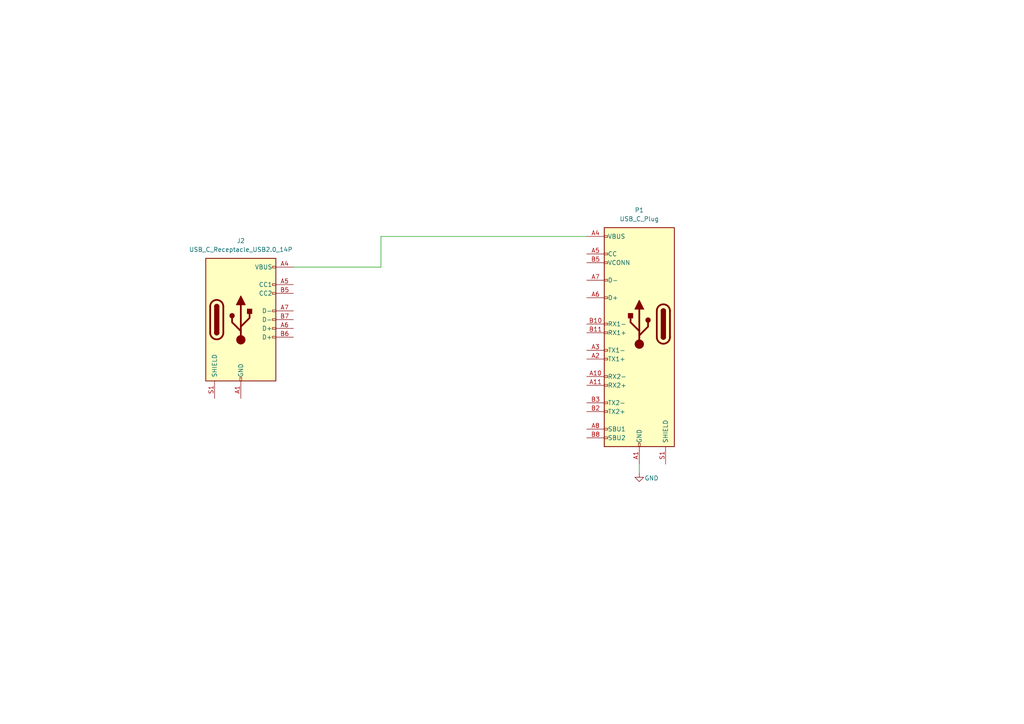
<source format=kicad_sch>
(kicad_sch (version 20231120) (generator "eeschema") (generator_version "8.0")
  (paper "A4")
  (title_block (title "EDGE HUMAN DETECTION BOARD") (rev "0.0.0"))
  (lib_symbols
    (symbol "Connector:USB_C_Plug" (pin_names (offset 1.016))
      (property "Reference" "P" (at -10.16 29.21 0))
      (property "Value" "USB_C_Plug" (at 10.16 29.21 0))
      (symbol "USB_C_Plug_0_0"
        (rectangle (start -0.254 -35.56) (end 0.254 -34.544))
        (rectangle (start 10.16 -32.766) (end 9.144 -33.274))
        (rectangle (start 10.16 -30.226) (end 9.144 -30.734))
        (rectangle (start 10.16 -25.146) (end 9.144 -25.654))
        (rectangle (start 10.16 -22.606) (end 9.144 -23.114))
        (rectangle (start 10.16 -17.526) (end 9.144 -18.034))
        (rectangle (start 10.16 -14.986) (end 9.144 -15.494))
        (rectangle (start 10.16 -9.906) (end 9.144 -10.414))
        (rectangle (start 10.16 -7.366) (end 9.144 -7.874))
        (rectangle (start 10.16 -2.286) (end 9.144 -2.794))
        (rectangle (start 10.16 0.254) (end 9.144 -0.254))
        (rectangle (start 10.16 7.874) (end 9.144 7.366))
        (rectangle (start 10.16 12.954) (end 9.144 12.446))
        (rectangle (start 10.16 18.034) (end 9.144 17.526))
        (rectangle (start 10.16 20.574) (end 9.144 20.066))
        (rectangle (start 10.16 25.654) (end 9.144 25.146))
      )
      (symbol "USB_C_Plug_0_1"
        (rectangle (start -10.16 27.94) (end 10.16 -35.56) (stroke (width 0.254)) (fill (type background)))
        (arc (start -8.89 -3.81) (mid -6.985 -5.7067) (end -5.08 -3.81) (stroke (width 0.508)))
        (arc (start -7.62 -3.81) (mid -6.985 -4.4423) (end -6.35 -3.81) (stroke (width 0.254)))
        (arc (start -7.62 -3.81) (mid -6.985 -4.4423) (end -6.35 -3.81) (stroke (width 0.254)) (fill (type outline)))
        (rectangle (start -7.62 -3.81) (end -6.35 3.81) (stroke (width 0.254)) (fill (type outline)))
        (arc (start -6.35 3.81) (mid -6.985 4.4423) (end -7.62 3.81) (stroke (width 0.254)))
        (arc (start -6.35 3.81) (mid -6.985 4.4423) (end -7.62 3.81) (stroke (width 0.254)) (fill (type outline)))
        (arc (start -5.08 3.81) (mid -6.985 5.7067) (end -8.89 3.81) (stroke (width 0.508)))
        (polyline (pts (xy -8.89 -3.81) (xy -8.89 3.81)) (stroke (width 0.508)))
        (polyline (pts (xy -5.08 3.81) (xy -5.08 -3.81)) (stroke (width 0.508)))
      )
      (symbol "USB_C_Plug_1_1"
        (circle (center -2.54 1.143) (radius 0.635) (stroke (width 0.254)) (fill (type outline)))
        (circle (center 0 -5.842) (radius 1.27) (fill (type outline)))
        (polyline (pts (xy 0 -5.842) (xy 0 4.318)) (stroke (width 0.508)))
        (polyline (pts (xy 0 -3.302) (xy -2.54 -0.762) (xy -2.54 0.508)) (stroke (width 0.508)))
        (polyline (pts (xy 0 -2.032) (xy 2.54 0.508) (xy 2.54 1.778)) (stroke (width 0.508)))
        (polyline (pts (xy -1.27 4.318) (xy 0 6.858) (xy 1.27 4.318) (xy -1.27 4.318)) (stroke (width 0.254)) (fill (type outline)))
        (rectangle (start 1.905 1.778) (end 3.175 3.048) (stroke (width 0.254)) (fill (type outline)))
        (pin passive line (at 0 -40.64 90) (length 5.08) (name "GND") (number "A1"))
        (pin bidirectional line (at 15.24 -15.24 180) (length 5.08) (name "RX2-") (number "A10"))
        (pin bidirectional line (at 15.24 -17.78 180) (length 5.08) (name "RX2+") (number "A11"))
        (pin passive line (at 0 -40.64 90) (length 5.08) hide (name "GND") (number "A12"))
        (pin bidirectional line (at 15.24 -10.16 180) (length 5.08) (name "TX1+") (number "A2"))
        (pin bidirectional line (at 15.24 -7.62 180) (length 5.08) (name "TX1-") (number "A3"))
        (pin passive line (at 15.24 25.4 180) (length 5.08) (name "VBUS") (number "A4"))
        (pin bidirectional line (at 15.24 20.32 180) (length 5.08) (name "CC") (number "A5"))
        (pin bidirectional line (at 15.24 7.62 180) (length 5.08) (name "D+") (number "A6"))
        (pin bidirectional line (at 15.24 12.7 180) (length 5.08) (name "D-") (number "A7"))
        (pin bidirectional line (at 15.24 -30.48 180) (length 5.08) (name "SBU1") (number "A8"))
        (pin passive line (at 15.24 25.4 180) (length 5.08) hide (name "VBUS") (number "A9"))
        (pin passive line (at 0 -40.64 90) (length 5.08) hide (name "GND") (number "B1"))
        (pin bidirectional line (at 15.24 0 180) (length 5.08) (name "RX1-") (number "B10"))
        (pin bidirectional line (at 15.24 -2.54 180) (length 5.08) (name "RX1+") (number "B11"))
        (pin passive line (at 0 -40.64 90) (length 5.08) hide (name "GND") (number "B12"))
        (pin bidirectional line (at 15.24 -25.4 180) (length 5.08) (name "TX2+") (number "B2"))
        (pin bidirectional line (at 15.24 -22.86 180) (length 5.08) (name "TX2-") (number "B3"))
        (pin passive line (at 15.24 25.4 180) (length 5.08) hide (name "VBUS") (number "B4"))
        (pin bidirectional line (at 15.24 17.78 180) (length 5.08) (name "VCONN") (number "B5"))
        (pin bidirectional line (at 15.24 -33.02 180) (length 5.08) (name "SBU2") (number "B8"))
        (pin passive line (at 15.24 25.4 180) (length 5.08) hide (name "VBUS") (number "B9"))
        (pin passive line (at -7.62 -40.64 90) (length 5.08) (name "SHIELD") (number "S1"))
      )
    )
    (symbol "Connector:USB_C_Receptacle_USB2.0_14P" (pin_names (offset 1.016))
      (property "Reference" "J" (at 0 22.225 0))
      (property "Value" "USB_C_Receptacle_USB2.0_14P" (at 0 19.685 0))
      (symbol "USB_C_Receptacle_USB2.0_14P_0_0"
        (rectangle (start -0.254 -17.78) (end 0.254 -16.764))
        (rectangle (start 10.16 -4.826) (end 9.144 -5.334))
        (rectangle (start 10.16 -2.286) (end 9.144 -2.794))
        (rectangle (start 10.16 0.254) (end 9.144 -0.254))
        (rectangle (start 10.16 2.794) (end 9.144 2.286))
        (rectangle (start 10.16 7.874) (end 9.144 7.366))
        (rectangle (start 10.16 10.414) (end 9.144 9.906))
        (rectangle (start 10.16 15.494) (end 9.144 14.986))
      )
      (symbol "USB_C_Receptacle_USB2.0_14P_0_1"
        (rectangle (start -10.16 17.78) (end 10.16 -17.78) (stroke (width 0.254)) (fill (type background)))
        (arc (start -8.89 -3.81) (mid -6.985 -5.7067) (end -5.08 -3.81) (stroke (width 0.508)))
        (arc (start -7.62 -3.81) (mid -6.985 -4.4423) (end -6.35 -3.81) (stroke (width 0.254)))
        (arc (start -7.62 -3.81) (mid -6.985 -4.4423) (end -6.35 -3.81) (stroke (width 0.254)) (fill (type outline)))
        (rectangle (start -7.62 -3.81) (end -6.35 3.81) (stroke (width 0.254)) (fill (type outline)))
        (arc (start -6.35 3.81) (mid -6.985 4.4423) (end -7.62 3.81) (stroke (width 0.254)))
        (arc (start -6.35 3.81) (mid -6.985 4.4423) (end -7.62 3.81) (stroke (width 0.254)) (fill (type outline)))
        (arc (start -5.08 3.81) (mid -6.985 5.7067) (end -8.89 3.81) (stroke (width 0.508)))
        (circle (center -2.54 1.143) (radius 0.635) (stroke (width 0.254)) (fill (type outline)))
        (circle (center 0 -5.842) (radius 1.27) (fill (type outline)))
        (polyline (pts (xy -8.89 -3.81) (xy -8.89 3.81)) (stroke (width 0.508)))
        (polyline (pts (xy -5.08 3.81) (xy -5.08 -3.81)) (stroke (width 0.508)))
        (polyline (pts (xy 0 -5.842) (xy 0 4.318)) (stroke (width 0.508)))
        (polyline (pts (xy 0 -3.302) (xy -2.54 -0.762) (xy -2.54 0.508)) (stroke (width 0.508)))
        (polyline (pts (xy 0 -2.032) (xy 2.54 0.508) (xy 2.54 1.778)) (stroke (width 0.508)))
        (polyline (pts (xy -1.27 4.318) (xy 0 6.858) (xy 1.27 4.318) (xy -1.27 4.318)) (stroke (width 0.254)) (fill (type outline)))
        (rectangle (start 1.905 1.778) (end 3.175 3.048) (stroke (width 0.254)) (fill (type outline)))
      )
      (symbol "USB_C_Receptacle_USB2.0_14P_1_1"
        (pin passive line (at 0 -22.86 90) (length 5.08) (name "GND") (number "A1"))
        (pin passive line (at 0 -22.86 90) (length 5.08) hide (name "GND") (number "A12"))
        (pin passive line (at 15.24 15.24 180) (length 5.08) (name "VBUS") (number "A4"))
        (pin bidirectional line (at 15.24 10.16 180) (length 5.08) (name "CC1") (number "A5"))
        (pin bidirectional line (at 15.24 -2.54 180) (length 5.08) (name "D+") (number "A6"))
        (pin bidirectional line (at 15.24 2.54 180) (length 5.08) (name "D-") (number "A7"))
        (pin passive line (at 15.24 15.24 180) (length 5.08) hide (name "VBUS") (number "A9"))
        (pin passive line (at 0 -22.86 90) (length 5.08) hide (name "GND") (number "B1"))
        (pin passive line (at 0 -22.86 90) (length 5.08) hide (name "GND") (number "B12"))
        (pin passive line (at 15.24 15.24 180) (length 5.08) hide (name "VBUS") (number "B4"))
        (pin bidirectional line (at 15.24 7.62 180) (length 5.08) (name "CC2") (number "B5"))
        (pin bidirectional line (at 15.24 -5.08 180) (length 5.08) (name "D+") (number "B6"))
        (pin bidirectional line (at 15.24 0 180) (length 5.08) (name "D-") (number "B7"))
        (pin passive line (at 15.24 15.24 180) (length 5.08) hide (name "VBUS") (number "B9"))
        (pin passive line (at -7.62 -22.86 90) (length 5.08) (name "SHIELD") (number "S1"))
      )
    )
    (symbol "power:GND" (power) (pin_numbers hide) (pin_names (offset 0) hide)
      (property "Value" "GND" (at 0 -3.81 0))
      (symbol "GND_0_1"
        (polyline (pts (xy 0 0) (xy 0 -1.27) (xy 1.27 -1.27) (xy 0 -2.54) (xy -1.27 -1.27) (xy 0 -1.27)))
      )
      (symbol "GND_1_1"
        (pin power_in line (at 0 0 270) (length 0) (name "~") (number "1"))
      )
    )
  )
  (wire (pts (xy 170.18 68.58) (xy 110.49 68.58)))
  (wire (pts (xy 185.42 134.62) (xy 185.42 137.16)))
  (wire (pts (xy 110.49 77.47) (xy 85.09 77.47)))
  (wire (pts (xy 110.49 68.58) (xy 110.49 77.47)))
  (symbol (lib_id "Connector:USB_C_Plug") (at 185.42 93.98 0) (mirror y) (unit 1)
    (property "Reference" "P1" (at 185.42 60.96 0))
    (property "Value" "USB_C_Plug" (at 185.42 63.5 0))
    (property "Datasheet" "https://www.usb.org/sites/default/files/documents/usb_type-c.zip" (effects (hide yes)))
    (property "Description" "USB Type-C Plug connector" (effects (hide yes)))
  )
  (symbol (lib_id "Connector:USB_C_Receptacle_USB2.0_14P") (at 69.85 92.71 0) (unit 1)
    (property "Reference" "J2" (at 69.85 69.85 0))
    (property "Value" "USB_C_Receptacle_USB2.0_14P" (at 69.85 72.39 0))
    (property "Datasheet" "https://www.usb.org/sites/default/files/documents/usb_type-c.zip" (effects (hide yes)))
    (property "Description" "USB 2.0-only 14P Type-C Receptacle connector" (effects (hide yes)))
  )
  (symbol (lib_id "power:GND") (at 185.42 137.16 0) (unit 1)
    (property "Reference" "#PWR026" (effects (hide yes)))
    (property "Value" "GND" (at 188.976 138.684 0))
    (property "Description" "Power symbol creates a global label with name \"GND\" , ground" (effects (hide yes)))
  )
)
</source>
